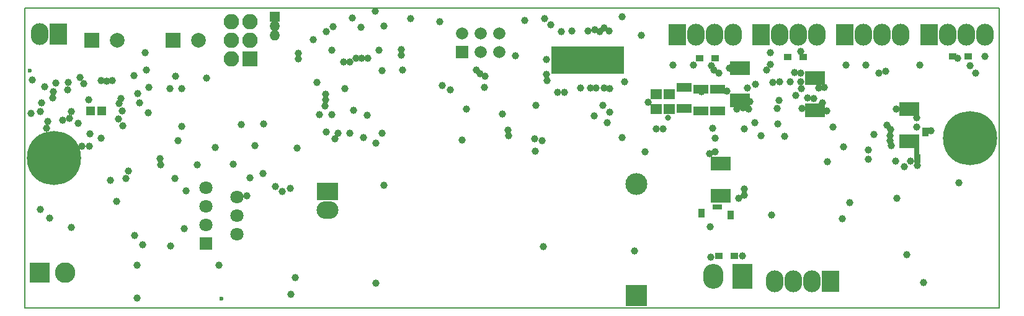
<source format=gbr>
G04 #@! TF.FileFunction,Soldermask,Bot*
%FSLAX46Y46*%
G04 Gerber Fmt 4.6, Leading zero omitted, Abs format (unit mm)*
G04 Created by KiCad (PCBNEW 4.0.7) date 06/14/18 16:52:46*
%MOMM*%
%LPD*%
G01*
G04 APERTURE LIST*
%ADD10C,0.100000*%
%ADD11C,0.150000*%
%ADD12R,1.200000X1.150000*%
%ADD13R,2.000000X2.000000*%
%ADD14C,2.000000*%
%ADD15R,0.700000X0.750000*%
%ADD16R,1.650000X1.400000*%
%ADD17R,0.750000X0.700000*%
%ADD18R,3.000000X3.000000*%
%ADD19O,3.000000X3.000000*%
%ADD20R,0.700000X1.850000*%
%ADD21C,7.400000*%
%ADD22R,2.100000X2.100000*%
%ADD23O,2.100000X2.100000*%
%ADD24R,1.400000X1.400000*%
%ADD25O,1.400000X1.400000*%
%ADD26R,2.750000X3.400000*%
%ADD27O,2.750000X3.400000*%
%ADD28C,1.670000*%
%ADD29R,1.670000X1.670000*%
%ADD30R,2.400000X3.000000*%
%ADD31O,2.400000X3.000000*%
%ADD32R,0.830000X0.680000*%
%ADD33R,2.100000X1.300000*%
%ADD34R,1.797000X1.797000*%
%ADD35C,1.797000*%
%ADD36R,1.500000X1.290000*%
%ADD37R,3.000000X2.400000*%
%ADD38O,3.000000X2.400000*%
%ADD39C,2.800000*%
%ADD40R,2.800000X2.800000*%
%ADD41R,1.000000X0.850000*%
%ADD42C,1.000000*%
%ADD43C,0.800000*%
%ADD44C,0.600000*%
G04 APERTURE END LIST*
D10*
D11*
X25000000Y-164000000D02*
X25000000Y-123000000D01*
X158000000Y-164000000D02*
X25000000Y-164000000D01*
X158000000Y-123000000D02*
X158000000Y-164000000D01*
X25000000Y-123000000D02*
X158000000Y-123000000D01*
D12*
X35460000Y-137060000D03*
X33960000Y-137060000D03*
D13*
X45200000Y-127450000D03*
D14*
X48700000Y-127450000D03*
D15*
X119220000Y-150210000D03*
X119780000Y-150210000D03*
D13*
X34100000Y-127450000D03*
D14*
X37600000Y-127450000D03*
D16*
X111180000Y-134800000D03*
X111180000Y-136800000D03*
X112980000Y-134800000D03*
X112980000Y-136800000D03*
D17*
X146740000Y-142280000D03*
X146740000Y-142840000D03*
D18*
X108490000Y-162350000D03*
D19*
X108490000Y-147110000D03*
D20*
X118960000Y-144300000D03*
X119460000Y-144300000D03*
X119960000Y-144300000D03*
X120460000Y-144300000D03*
X120960000Y-144300000D03*
X120960000Y-148700000D03*
X120460000Y-148700000D03*
X119960000Y-148700000D03*
X119460000Y-148700000D03*
X118960000Y-148700000D03*
X121580000Y-131200000D03*
X122080000Y-131200000D03*
X122580000Y-131200000D03*
X123080000Y-131200000D03*
X123580000Y-131200000D03*
X123580000Y-135600000D03*
X123080000Y-135600000D03*
X122580000Y-135600000D03*
X122080000Y-135600000D03*
X121580000Y-135600000D03*
X131870000Y-132610000D03*
X132370000Y-132610000D03*
X132870000Y-132610000D03*
X133370000Y-132610000D03*
X133870000Y-132610000D03*
X133870000Y-137010000D03*
X133370000Y-137010000D03*
X132870000Y-137010000D03*
X132370000Y-137010000D03*
X131870000Y-137010000D03*
D21*
X154010000Y-140810000D03*
D22*
X55690000Y-129950000D03*
D23*
X53150000Y-129950000D03*
X55690000Y-127410000D03*
X53150000Y-127410000D03*
X55690000Y-124870000D03*
X53150000Y-124870000D03*
D24*
X59090000Y-124250000D03*
D25*
X59090000Y-125520000D03*
X59090000Y-126790000D03*
D26*
X122950000Y-159700000D03*
D27*
X118990000Y-159700000D03*
D28*
X84690000Y-126480000D03*
X87230000Y-126480000D03*
X89770000Y-126480000D03*
D29*
X84690000Y-129020000D03*
D28*
X87230000Y-129020000D03*
X89770000Y-129020000D03*
D30*
X125520000Y-126650000D03*
D31*
X128060000Y-126650000D03*
X130600000Y-126650000D03*
X133140000Y-126650000D03*
D30*
X114080000Y-126650000D03*
D31*
X116620000Y-126650000D03*
X119160000Y-126650000D03*
X121700000Y-126650000D03*
D30*
X136950000Y-126650000D03*
D31*
X139490000Y-126650000D03*
X142030000Y-126650000D03*
X144570000Y-126650000D03*
D30*
X148400000Y-126650000D03*
D31*
X150940000Y-126650000D03*
X153480000Y-126650000D03*
X156020000Y-126650000D03*
D32*
X117330000Y-150810000D03*
X117330000Y-151330000D03*
X121330000Y-151030000D03*
X121330000Y-151550000D03*
D33*
X119520000Y-137050000D03*
X119520000Y-134150000D03*
X117260000Y-137050000D03*
X117260000Y-134150000D03*
X115010000Y-133880000D03*
X115010000Y-136780000D03*
D32*
X146780000Y-143880000D03*
X146780000Y-143360000D03*
X147910000Y-139720000D03*
X147910000Y-140240000D03*
D34*
X49724000Y-155220000D03*
D35*
X53915000Y-153950000D03*
X49724000Y-152680000D03*
X53915000Y-151410000D03*
X49724000Y-150140000D03*
X53915000Y-148870000D03*
X49724000Y-147600000D03*
D36*
X106045000Y-131385000D03*
X106045000Y-130535000D03*
X106045000Y-128835000D03*
X106045000Y-129685000D03*
X104988750Y-129685000D03*
X104988750Y-128835000D03*
X104988750Y-130535000D03*
X104988750Y-131385000D03*
X103932500Y-131385000D03*
X103932500Y-130535000D03*
X103932500Y-128835000D03*
X103932500Y-129685000D03*
X102876250Y-129685000D03*
X102876250Y-128835000D03*
X102876250Y-130535000D03*
X102876250Y-131385000D03*
X101820000Y-131385000D03*
X101820000Y-130535000D03*
X101820000Y-128835000D03*
X101820000Y-129685000D03*
X100763750Y-129685000D03*
X100763750Y-128835000D03*
X100763750Y-130535000D03*
X100763750Y-131385000D03*
X99707500Y-131385000D03*
X99707500Y-130535000D03*
X99707500Y-128835000D03*
X99707500Y-129685000D03*
X98651250Y-129685000D03*
X98651250Y-128835000D03*
X98651250Y-130535000D03*
X98651250Y-131385000D03*
X97595000Y-131385000D03*
X97595000Y-130535000D03*
X97595000Y-128835000D03*
X97595000Y-129685000D03*
D20*
X146710000Y-141200000D03*
X146210000Y-141200000D03*
X145710000Y-141200000D03*
X145210000Y-141200000D03*
X144710000Y-141200000D03*
X144710000Y-136800000D03*
X145210000Y-136800000D03*
X145710000Y-136800000D03*
X146210000Y-136800000D03*
X146710000Y-136800000D03*
D21*
X29000000Y-143500000D03*
D37*
X66330000Y-148100000D03*
D38*
X66330000Y-150640000D03*
D30*
X29550000Y-126600000D03*
D31*
X27010000Y-126600000D03*
D39*
X30500000Y-159200000D03*
D40*
X27000000Y-159200000D03*
D41*
X119180000Y-129910000D03*
X117080000Y-129910000D03*
X151620000Y-129600000D03*
X153720000Y-129600000D03*
X129130000Y-129720000D03*
X131230000Y-129720000D03*
X121830000Y-156910000D03*
X119730000Y-156910000D03*
D30*
X134950000Y-160350000D03*
D31*
X132410000Y-160350000D03*
X129870000Y-160350000D03*
X127330000Y-160350000D03*
D42*
X28910000Y-134470000D03*
X40400000Y-134750000D03*
X45900000Y-141170000D03*
X50990000Y-142080000D03*
X62190000Y-142140000D03*
X56400000Y-141830000D03*
X54570000Y-138930000D03*
X57570000Y-138880000D03*
X74010000Y-147280000D03*
X69850000Y-137010000D03*
X68680000Y-134010000D03*
X40000000Y-154100000D03*
X81660000Y-124890000D03*
X91970000Y-129570000D03*
X93240000Y-124760000D03*
X77660000Y-124480000D03*
X45540000Y-132340000D03*
X41540000Y-131450000D03*
X41790000Y-137360000D03*
X37540000Y-149420000D03*
X46780000Y-153150000D03*
X47000000Y-148010000D03*
X48490000Y-144440000D03*
X53460000Y-144330000D03*
X49760000Y-132620000D03*
X41440000Y-129150000D03*
X41940000Y-133860000D03*
X44770000Y-134020000D03*
X46420000Y-133990000D03*
X122410000Y-148980000D03*
X117330000Y-134450000D03*
X87680000Y-133900000D03*
X94670000Y-142550000D03*
X126248909Y-131521091D03*
X123975028Y-135790010D03*
X134480000Y-137070000D03*
X146740000Y-139240000D03*
X143876446Y-143973554D03*
X140120000Y-142450000D03*
X133830000Y-135950000D03*
X130070000Y-131800000D03*
X36680000Y-146600000D03*
X43520000Y-144450000D03*
X57460000Y-145630000D03*
X61230000Y-147640000D03*
X71200000Y-140740000D03*
X72875860Y-141510000D03*
X73788316Y-140129999D03*
X83100000Y-134210000D03*
X74020000Y-125490000D03*
X69670000Y-124340000D03*
X67040000Y-125530000D03*
X33720000Y-135550000D03*
X25830000Y-137450000D03*
X119004779Y-131524908D03*
X109680000Y-142680000D03*
D43*
X112810000Y-138010000D03*
D42*
X123020000Y-136640000D03*
X121200000Y-131250000D03*
X129480000Y-133059999D03*
X146710000Y-138050000D03*
X145040000Y-144670000D03*
X143960000Y-136820000D03*
X147120000Y-130820000D03*
X154000000Y-130890000D03*
X142520000Y-131670000D03*
X71740000Y-137670000D03*
X73780000Y-131590000D03*
X66890000Y-128800000D03*
X70910000Y-125610000D03*
X64900000Y-133210000D03*
X72800000Y-123480000D03*
X61930000Y-159850000D03*
X72920000Y-160590000D03*
X55700000Y-146190000D03*
X118620000Y-157050000D03*
X90140000Y-137480000D03*
X122940000Y-156880000D03*
X25980000Y-132860000D03*
X39880000Y-132240000D03*
X29210000Y-133280000D03*
X32490000Y-132470000D03*
D44*
X25650000Y-131580000D03*
D42*
X27980000Y-139440000D03*
X32760000Y-141900000D03*
X44850000Y-155540000D03*
D44*
X51850000Y-162770000D03*
D42*
X119250000Y-142650000D03*
X123230000Y-139530000D03*
X156020000Y-129600000D03*
X145390000Y-156730000D03*
X123760000Y-136800000D03*
X123190000Y-147730000D03*
X96170000Y-130030000D03*
X134500000Y-144030000D03*
X123640000Y-133960000D03*
X104100000Y-125750000D03*
X95960000Y-124430000D03*
X96750000Y-125330000D03*
X106480000Y-124220000D03*
X102800000Y-126030000D03*
X106820000Y-133060000D03*
X102960000Y-133980000D03*
X103860000Y-136350000D03*
X98600000Y-134520000D03*
X104820000Y-137290000D03*
X104810000Y-133990000D03*
X152510000Y-146890000D03*
X144050000Y-149060000D03*
X146780000Y-144560000D03*
X102160000Y-133970000D03*
X102720000Y-137760000D03*
X46420000Y-139170000D03*
X27100000Y-150500000D03*
X65970000Y-136420000D03*
X87770000Y-132360000D03*
X130880000Y-133090000D03*
X154810000Y-131920000D03*
X87155891Y-132024014D03*
X141580000Y-131910000D03*
X130930000Y-131950000D03*
X66010000Y-135530000D03*
X86656890Y-131533081D03*
X118710000Y-130890000D03*
X66050686Y-134800686D03*
X113450000Y-130840000D03*
X116280000Y-130850000D03*
X108250000Y-156240000D03*
X118550000Y-152930000D03*
X95740000Y-155630000D03*
X152300000Y-129860000D03*
X126750000Y-129140000D03*
X126760000Y-130690000D03*
X35420000Y-132900000D03*
X134110000Y-133860000D03*
X143190000Y-139640000D03*
X94600000Y-140890000D03*
X68540000Y-130390000D03*
X60100000Y-148110000D03*
X39150000Y-145320000D03*
X98210000Y-126210000D03*
X123200000Y-148560000D03*
X128660000Y-140550000D03*
X140160000Y-143710000D03*
X125520000Y-140470000D03*
X99620000Y-126160000D03*
X127110000Y-133160000D03*
X103510000Y-126220000D03*
X137630000Y-149590000D03*
X101830000Y-126140000D03*
X136730000Y-142020000D03*
X41080000Y-155400000D03*
X40330000Y-162610000D03*
X135320000Y-139310000D03*
X104080000Y-133980000D03*
X104470000Y-138690000D03*
X109100000Y-126790000D03*
X104730000Y-126190000D03*
X100820000Y-133950000D03*
X97740000Y-134570000D03*
X143060000Y-141160000D03*
X96240000Y-132890000D03*
X66920000Y-137610000D03*
X84670000Y-141050000D03*
X91010000Y-140500000D03*
X31330000Y-137160000D03*
X27130000Y-137130000D03*
X124660000Y-138720000D03*
X124740000Y-133450000D03*
X106500000Y-140690000D03*
X131850000Y-135330000D03*
X120850000Y-134400000D03*
X122190000Y-136790000D03*
X132720000Y-135370000D03*
X71773646Y-129879990D03*
X35410000Y-140770000D03*
X111150000Y-139560000D03*
X112090000Y-139530000D03*
X148690000Y-139780000D03*
X81950000Y-133630000D03*
X137060000Y-130850000D03*
X139760000Y-130850000D03*
X118450002Y-142900000D03*
X67730000Y-140160000D03*
X65210000Y-137590000D03*
X119760000Y-131900000D03*
X130960000Y-134010000D03*
X66090000Y-140000000D03*
X62350000Y-129200000D03*
X70950000Y-129880000D03*
X62320000Y-130000000D03*
X70160000Y-129870000D03*
X73330000Y-128760000D03*
X130220000Y-135000000D03*
X76410000Y-129430000D03*
X127928312Y-135626131D03*
X76540000Y-131490000D03*
X145920000Y-143940000D03*
X140910000Y-140300000D03*
X64340000Y-127340000D03*
X43480000Y-143630000D03*
X142692460Y-139047540D03*
X66150000Y-126270000D03*
X67290000Y-140930000D03*
X28770000Y-135340000D03*
X30850000Y-134170000D03*
X31370000Y-153030000D03*
X69340000Y-140130000D03*
X143110000Y-140430000D03*
X76400000Y-128700000D03*
X96160000Y-132100000D03*
X110110000Y-135860000D03*
X126900000Y-151290000D03*
X147690000Y-160540000D03*
X136540000Y-151780000D03*
X33000000Y-133360000D03*
X33830000Y-140200000D03*
X30170000Y-138380000D03*
X33820000Y-141940000D03*
X27660000Y-133810000D03*
X30870000Y-133180000D03*
X38340000Y-139100000D03*
X38070000Y-135350000D03*
X55313511Y-148660000D03*
X119240000Y-140770000D03*
X45480000Y-146270000D03*
X38750000Y-146270000D03*
X36170000Y-133030000D03*
X133380000Y-133920000D03*
X143250000Y-141860000D03*
X95630000Y-141140000D03*
X69340000Y-130380000D03*
X59200000Y-147400000D03*
X118838554Y-139468554D03*
X127740000Y-138860000D03*
X131060002Y-136765002D03*
X127670000Y-136780000D03*
X128050000Y-133100000D03*
X130930000Y-128980000D03*
X85300000Y-136790000D03*
X94730000Y-136330000D03*
X90900000Y-139710000D03*
X61320000Y-162100000D03*
X28410000Y-151760000D03*
X51500000Y-158130000D03*
X40300000Y-158200000D03*
X38300000Y-137080000D03*
X37800000Y-138150000D03*
X40610000Y-136010000D03*
X36890000Y-132950000D03*
X37850000Y-136070000D03*
X27310000Y-135960000D03*
X31090000Y-138100000D03*
X28130000Y-138510000D03*
X32230000Y-138810000D03*
M02*

</source>
